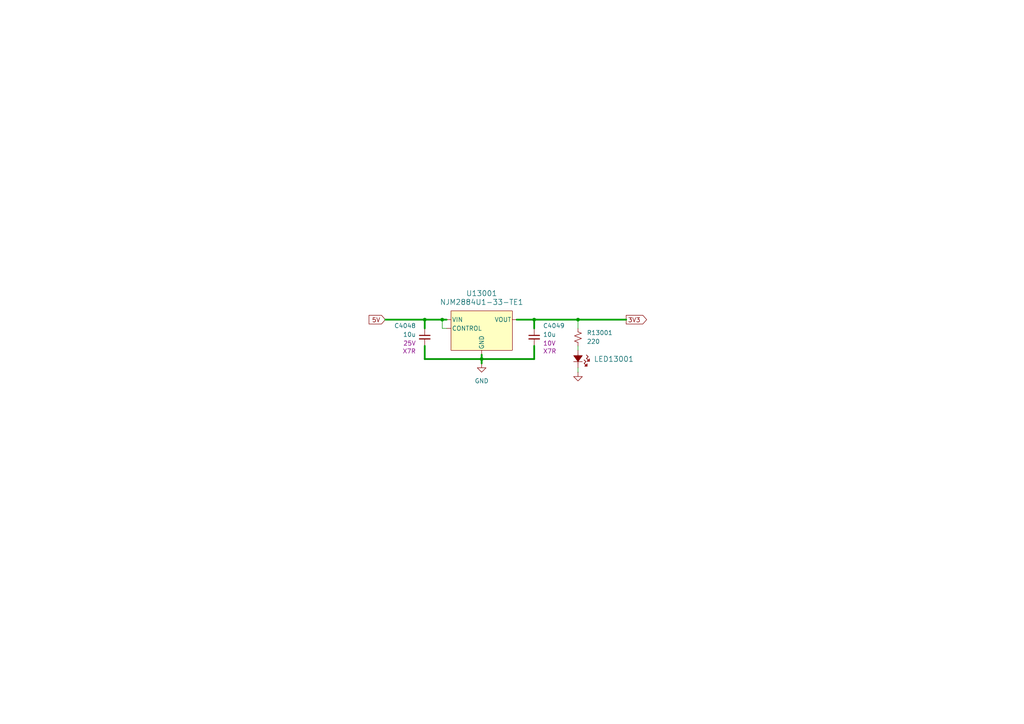
<source format=kicad_sch>
(kicad_sch (version 20250114) (generator "eeschema") (generator_version "9.0")
  (paper "A4")
  (lib_symbols
    (symbol "B1911PG--20D000514U1930:B1911PG--20D000514U1930" (pin_numbers (hide yes)) (pin_names (offset 0.254) (hide yes))
      (property "Reference" "LED" (at 2.54 4.318 0))
      (property "Value" "B1911PG--20D000514U1930" (at 3.302 -3.048 0))
      (symbol "B1911PG--20D000514U1930_0_1"
        (polyline (pts (xy 1.27 0) (xy 3.81 0)))
        (polyline (pts (xy 1.524 0) (xy 1.524 -1.27) (xy 3.302 0) (xy 1.524 1.27) (xy 1.524 0)) (fill (type outline)))
        (polyline (pts (xy 2.768 3.2658) (xy 3.0998 2.9184)))
        (polyline (pts (xy 3.302 1.27) (xy 3.302 -1.27)))
        (polyline (pts (xy 4.1989 2.592) (xy 4.5307 2.2446)))
      )
      (symbol "B1911PG--20D000514U1930_1_1"
        (polyline (pts (xy 1.3631 2.4518) (xy 1.8658 2.9572)) (stroke (width 0.2032)))
        (polyline (pts (xy 1.8763 2.9495) (xy 2.3495 2.4765)) (stroke (width 0.2032)))
        (polyline (pts (xy 2.3533 2.4726) (xy 3.175 3.302)) (stroke (width 0.2032)))
        (polyline (pts (xy 2.54 3.302) (xy 3.175 2.667)) (stroke (width 0.2032)))
        (polyline (pts (xy 2.794 1.778) (xy 3.2967 2.2834)) (stroke (width 0.2032)))
        (polyline (pts (xy 3.175 3.302) (xy 2.54 3.302)) (stroke (width 0.2032)))
        (polyline (pts (xy 3.175 2.667) (xy 3.175 3.302)) (stroke (width 0.2032)))
        (polyline (pts (xy 3.3072 2.2757) (xy 3.7804 1.8027)) (stroke (width 0.2032)))
        (polyline (pts (xy 3.7842 1.7988) (xy 4.6059 2.6282)) (stroke (width 0.2032)))
        (polyline (pts (xy 3.9709 2.6282) (xy 4.6059 1.9932)) (stroke (width 0.2032)))
        (polyline (pts (xy 4.6059 2.6282) (xy 3.9709 2.6282)) (stroke (width 0.2032)))
        (polyline (pts (xy 4.6059 1.9932) (xy 4.6059 2.6282)) (stroke (width 0.2032)))
        (pin passive line (at 0 0 0) (length 1.27) (name "") (number "2"))
        (pin passive line (at 5.08 0 180) (length 1.27) (name "") (number "1"))
      )
      (symbol "B1911PG--20D000514U1930_1_2"
        (polyline (pts (xy -5.08 8.255) (xy -5.08 7.62)) (stroke (width 0.2032)))
        (polyline (pts (xy -5.08 7.62) (xy -4.445 8.255)) (stroke (width 0.2032)))
        (polyline (pts (xy -4.445 10.16) (xy -4.445 9.525)) (stroke (width 0.2032)))
        (polyline (pts (xy -4.445 9.525) (xy -3.81 10.16)) (stroke (width 0.2032)))
        (polyline (pts (xy -4.445 8.255) (xy -5.08 8.255)) (stroke (width 0.2032)))
        (polyline (pts (xy -4.445 6.35) (xy -3.81 6.985)) (stroke (width 0.2032)))
        (polyline (pts (xy -3.81 10.16) (xy -4.445 10.16)) (stroke (width 0.2032)))
        (polyline (pts (xy -3.81 8.255) (xy -3.175 8.89)) (stroke (width 0.2032)))
        (polyline (pts (xy -3.81 6.985) (xy -5.08 8.255)) (stroke (width 0.2032)))
        (polyline (pts (xy -3.175 8.89) (xy -4.445 10.16)) (stroke (width 0.2032)))
        (polyline (pts (xy -3.175 5.08) (xy -4.445 6.35)) (stroke (width 0.2032)))
        (polyline (pts (xy -2.54 6.985) (xy -3.81 8.255)) (stroke (width 0.2032)))
        (polyline (pts (xy -1.905 3.81) (xy 1.905 3.81)) (stroke (width 0.2032)))
        (polyline (pts (xy 0 6.35) (xy -1.905 3.81)) (stroke (width 0.2032)))
        (polyline (pts (xy 0 6.35) (xy 0 7.62)) (stroke (width 0.2032)))
        (polyline (pts (xy 0 3.175) (xy 0 3.81)) (stroke (width 0.2032)))
        (polyline (pts (xy 0 2.54) (xy 0 3.4798)) (stroke (width 0.2032)))
        (polyline (pts (xy 1.905 6.35) (xy -1.905 6.35)) (stroke (width 0.2032)))
        (polyline (pts (xy 1.905 3.81) (xy 0 6.35)) (stroke (width 0.2032)))
        (pin unspecified line (at 0 10.16 270) (length 2.54) (name "") (number "1"))
        (pin unspecified line (at 0 0 90) (length 2.54) (name "") (number "2"))
      )
    )
    (symbol "Device:C_Small" (pin_numbers (hide yes)) (pin_names (offset 0.254) (hide yes))
      (property "Reference" "C" (at 0.254 1.778 0))
      (property "Value" "C_Small" (at 0.254 -2.032 0))
      (symbol "C_Small_0_1"
        (polyline (pts (xy -1.524 0.508) (xy 1.524 0.508)) (stroke (width 0.3048)))
        (polyline (pts (xy -1.524 -0.508) (xy 1.524 -0.508)) (stroke (width 0.3302)))
      )
      (symbol "C_Small_1_1"
        (pin passive line (at 0 2.54 270) (length 2.032) (name "~") (number "1"))
        (pin passive line (at 0 -2.54 90) (length 2.032) (name "~") (number "2"))
      )
    )
    (symbol "Device:R_Small_US" (pin_numbers (hide yes)) (pin_names (offset 0.254) (hide yes))
      (property "Reference" "R" (at 0.762 0.508 0))
      (property "Value" "R_Small_US" (at 0.762 -1.016 0))
      (symbol "R_Small_US_1_1"
        (polyline (pts (xy 0 1.524) (xy 1.016 1.143) (xy 0 0.762) (xy -1.016 0.381) (xy 0 0)))
        (polyline (pts (xy 0 0) (xy 1.016 -0.381) (xy 0 -0.762) (xy -1.016 -1.143) (xy 0 -1.524)))
        (pin passive line (at 0 2.54 270) (length 1.016) (name "~") (number "1"))
        (pin passive line (at 0 -2.54 90) (length 1.016) (name "~") (number "2"))
      )
    )
    (symbol "NJM2884U1-33-TE1:NJM2884U1-33-TE1" (pin_numbers (hide yes)) (pin_names (offset 0.254))
      (property "Reference" "U" (at 10.668 6.858 0))
      (property "Value" "NJM2884U1-33-TE1" (at 10.668 4.318 0))
      (symbol "NJM2884U1-33-TE1_0_1"
        (rectangle (start 1.27 2.54) (end 19.05 -8.89) (fill (type background)))
        (pin power_in line (at 0 0 0) (length 1.27) (name "VIN") (number "5"))
        (pin unspecified line (at 0 -2.54 0) (length 1.27) (name "CONTROL") (number "1"))
        (pin power_out line (at 10.16 -10.16 90) (length 1.27) (name "GND") (number "2"))
      )
      (symbol "NJM2884U1-33-TE1_1_1"
        (pin no_connect line (at 15.24 -10.16 90) (length 1.27) (hide yes) (name "NC") (number "3"))
        (pin power_out line (at 20.32 0 180) (length 1.27) (name "VOUT") (number "4"))
      )
    )
    (symbol "power:GND" (power) (pin_numbers (hide yes)) (pin_names (offset 0) (hide yes))
      (property "Value" "GND" (at 0 -3.81 0))
      (symbol "GND_0_1"
        (polyline (pts (xy 0 0) (xy 0 -1.27) (xy 1.27 -1.27) (xy 0 -2.54) (xy -1.27 -1.27) (xy 0 -1.27)))
      )
      (symbol "GND_1_1"
        (pin power_in line (at 0 0 270) (length 0) (name "~") (number "1"))
      )
    )
  )
  (junction (at 128.27 92.71))
  (junction (at 123.19 92.71))
  (junction (at 167.64 92.71))
  (junction (at 139.7 104.14))
  (junction (at 154.94 92.71))
  (wire (pts (xy 139.7 102.87) (xy 139.7 104.14)) (stroke (width 0.508)))
  (wire (pts (xy 167.64 100.33) (xy 167.64 101.6)))
  (wire (pts (xy 128.27 95.25) (xy 128.27 92.71)))
  (wire (pts (xy 123.19 92.71) (xy 128.27 92.71)) (stroke (width 0.508)))
  (wire (pts (xy 128.27 92.71) (xy 129.54 92.71)) (stroke (width 0.508)))
  (wire (pts (xy 154.94 100.33) (xy 154.94 104.14)) (stroke (width 0.508)))
  (wire (pts (xy 167.64 92.71) (xy 167.64 95.25)))
  (wire (pts (xy 139.7 104.14) (xy 154.94 104.14)) (stroke (width 0.508)))
  (wire (pts (xy 167.64 106.68) (xy 167.64 107.95)))
  (wire (pts (xy 129.54 95.25) (xy 128.27 95.25)))
  (wire (pts (xy 139.7 104.14) (xy 139.7 105.41)) (stroke (width 0.508)))
  (wire (pts (xy 111.76 92.71) (xy 123.19 92.71)) (stroke (width 0.508)))
  (wire (pts (xy 123.19 104.14) (xy 139.7 104.14)) (stroke (width 0.508)))
  (wire (pts (xy 167.64 92.71) (xy 181.61 92.71)) (stroke (width 0.508)))
  (wire (pts (xy 123.19 95.25) (xy 123.19 92.71)) (stroke (width 0.508)))
  (wire (pts (xy 154.94 92.71) (xy 154.94 95.25)) (stroke (width 0.508)))
  (wire (pts (xy 123.19 100.33) (xy 123.19 104.14)) (stroke (width 0.508)))
  (wire (pts (xy 149.86 92.71) (xy 154.94 92.71)) (stroke (width 0.508)))
  (wire (pts (xy 154.94 92.71) (xy 167.64 92.71)) (stroke (width 0.508)))
  (global_label "3V3" (shape output) (at 181.61 92.71 0) (property "Intersheetrefs" "${INTERSHEET_REFS}" (effects (hide yes))))
  (global_label "5V" (shape input) (at 111.76 92.71 180) (property "Intersheetrefs" "${INTERSHEET_REFS}" (effects (hide yes))))
  (symbol (lib_id "B1911PG--20D000514U1930:B1911PG--20D000514U1930") (at 167.64 101.6 270) (unit 1)
    (property "Reference" "LED13001" (at 172.212 104.14 90) (effects (font (size 1.524 1.524)) (justify left)))
    (property "Value" "B1911PG--20D000514U1930" (effects (hide yes)))
    (property "Footprint" "LED_B1911PG--20D000514U1930_HVK" (effects (hide yes)))
    (property "Datasheet" "B1911PG--20D000514U1930" (effects (hide yes)))
  )
  (symbol (lib_id "Device:C_Small") (at 123.19 97.79 0) (mirror y) (unit 1)
    (property "Reference" "C4048" (at 120.65 94.488 0) (effects (justify left)))
    (property "Value" "10u" (at 120.65 97.028 0) (effects (justify left)))
    (property "Description" "Unpolarized capacitor, small symbol" (effects (hide yes)))
    (property "TCC" "X7R" (at 120.65 101.854 0) (effects (justify left)))
    (property "Voltage" "25V" (at 120.65 99.568 0) (effects (justify left)))
  )
  (symbol (lib_id "power:GND") (at 167.64 107.95 0) (unit 1)
    (property "Reference" "#PWR013002" (effects (hide yes)))
    (property "Value" "GND" (effects (hide yes)))
    (property "Description" "Power symbol creates a global label with name \"GND\" , ground" (effects (hide yes)))
  )
  (symbol (lib_id "power:GND") (at 139.7 105.41 0) (unit 1)
    (property "Reference" "#PWR013001" (effects (hide yes)))
    (property "Value" "GND" (at 139.7 110.49 0))
    (property "Description" "Power symbol creates a global label with name \"GND\" , ground" (effects (hide yes)))
  )
  (symbol (lib_id "NJM2884U1-33-TE1:NJM2884U1-33-TE1") (at 129.54 92.71 0) (unit 1)
    (property "Reference" "U13001" (at 139.7 85.09 0) (effects (font (size 1.524 1.524))))
    (property "Value" "NJM2884U1-33-TE1" (at 139.7 87.63 0) (effects (font (size 1.524 1.524))))
    (property "Footprint" "SOT89-5-1/2_NWJ" (effects (hide yes)))
    (property "Datasheet" "NJM2884U1-33-TE1" (effects (hide yes)))
  )
  (symbol (lib_id "Device:C_Small") (at 154.94 97.79 0) (unit 1)
    (property "Reference" "C4049" (at 157.48 94.488 0) (effects (justify left)))
    (property "Value" "10u" (at 157.48 97.028 0) (effects (justify left)))
    (property "Description" "Unpolarized capacitor, small symbol" (effects (hide yes)))
    (property "TCC" "X7R" (at 157.48 101.854 0) (effects (justify left)))
    (property "Voltage" "10V" (at 157.48 99.568 0) (effects (justify left)))
  )
  (symbol (lib_id "Device:R_Small_US") (at 167.64 97.79 0) (unit 1)
    (property "Reference" "R13001" (at 170.18 96.5199 0) (effects (justify left)))
    (property "Value" "220" (at 170.18 99.0599 0) (effects (justify left)))
    (property "Description" "Resistor, small US symbol" (effects (hide yes)))
  )
)
</source>
